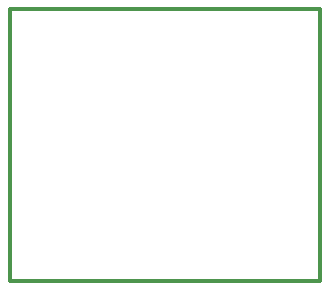
<source format=gko>
G04 Layer_Color=16711935*
%FSLAX23Y23*%
%MOIN*%
G70*
G01*
G75*
%ADD28C,0.012*%
D28*
X2051Y3051D02*
Y3960D01*
X3085D01*
Y3051D02*
Y3960D01*
X2051Y3051D02*
X3085D01*
M02*

</source>
